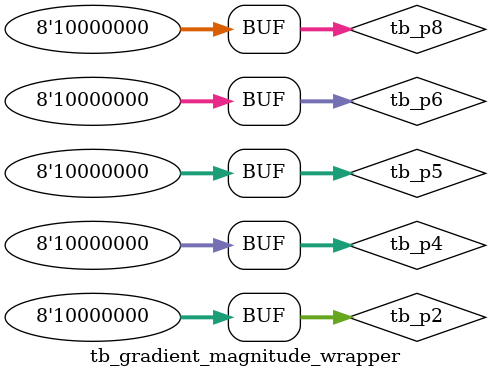
<source format=sv>
module tb_gradient_magnitude_wrapper
();
  
  reg [7:0] tb_p2;
  reg [7:0] tb_p5;
  reg [7:0] tb_p8;
  reg [7:0] tb_p4;
  reg [7:0] tb_p6;
  reg [7:0] tb_gx;
  reg [7:0] tb_gy;
  reg [7:0] tb_gmag;
  
  gradient_magnitude_wrapper
  DUT
  (
  .wrapper_p2(tb_p2),
  .wrapper_p5(tb_p5),
  .wrapper_p8(tb_p8),
  .wrapper_p4(tb_p4),
  .wrapper_p6(tb_p6),
  .wrapper_gx(tb_gx),
  .wrapper_gy(tb_gy),
  .wrapper_gmag(tb_gmag)
  );
  
  initial begin
  //testcase 1
  tb_p2 = 0;
  tb_p5 = 0;
  tb_p8 = 0;
  tb_p4 = 0;
  tb_p6 = 0;
  
  #50ns
  
  //testcase 2
  tb_p2 = 255;
  tb_p5 = 255;
  tb_p8 = 255;
  tb_p4 = 255;
  tb_p6 = 255;
  
  #50ns
  
  //testcase 3
  tb_p2 = 1;
  tb_p5 = 1;
  tb_p8 = 1;
  tb_p4 = 1;
  tb_p6 = 1;
  
  #50ns
  
  //testcase 4
  tb_p2 = 254;
  tb_p5 = 254;
  tb_p8 = 254;
  tb_p4 = 254;
  tb_p6 = 254;
  
  #50ns
  
  //testcase 5
  tb_p2 = 128;
  tb_p5 = 128;
  tb_p8 = 128;
  tb_p4 = 128;
  tb_p6 = 128;
  
  

  end
  
endmodule
  
  
  
  

</source>
